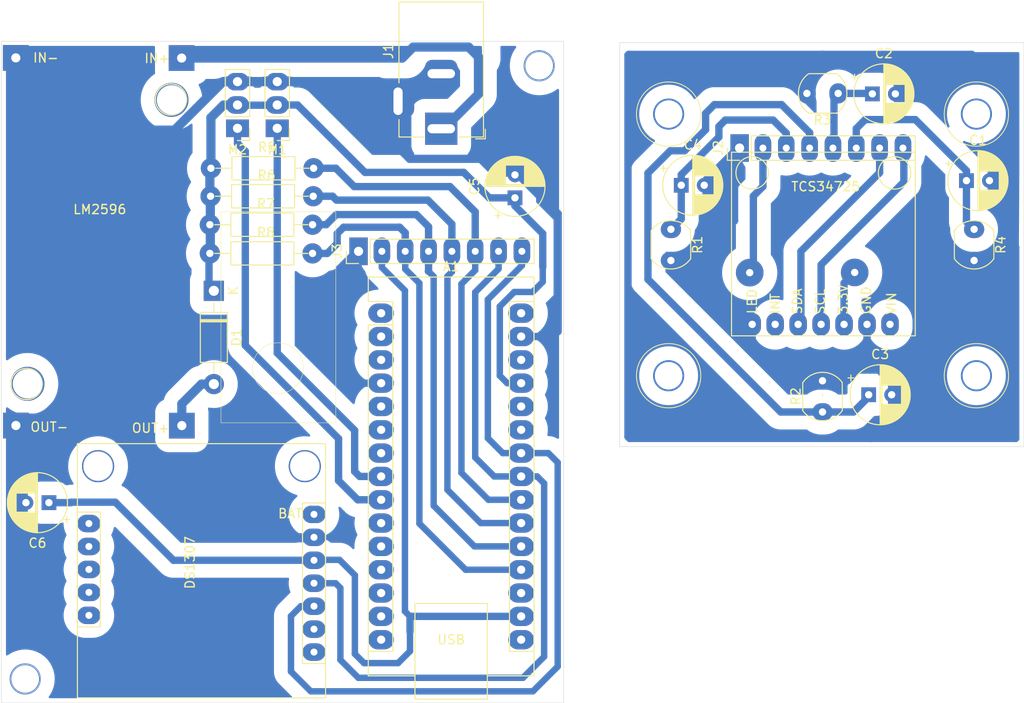
<source format=kicad_pcb>
(kicad_pcb (version 20240108) (generator "pcbnew") (generator_version "8.0")
  (layers (0 "F.Cu" signal) (31 "B.Cu" signal) (34 "B.Paste" user) (35 "F.Paste" user) (36 "B.SilkS" user "B.Silkscreen") (37 "F.SilkS" user "F.Silkscreen") (38 "B.Mask" user) (39 "F.Mask" user) (44 "Edge.Cuts" user))
  (net 0 "")
  (net 2 "/Placa_sensor/LDR2")
  (net 3 "/Placa_sensor/LDR3")
  (net 6 "/Placa_sensor/SDA")
  (net 7 "/Placa_sensor/LDR4")
  (net 9 "GND")
  (net 12 "+5V")
  (net 14 "/Placa_sensor/LDR1")
  (net 15 "/Placa_sensor/SCL")
  (net 23 "+3V3")
  (net 31 "Net-(A1-D6)")
  (net 33 "Net-(A1-D5)")
  (net 35 "Net-(D1-A)")
  (net 36 "VDD")
  (footprint "solar_tracker:BarrelJack_Horizontal" (layer "F.Cu") (at 77.375 46.15 -90)
    (property "Reference" "J1" (at -8.45 5.75 90) (layer "F.SilkS"))
    (property "Value" "Barrel_Jack_Switch")
    (pad "1" thru_hole rect (at 0 0 270) (size 3.5 3.5) (drill oval 1 3) (layers "*.Cu" "*.Mask") (net 36 "VDD"))
    (pad "2" thru_hole roundrect (at -6 0 270) (size 3 3.5) (drill oval 1 3) (layers "*.Cu" "*.Mask") (net 9 "GND"))
    (pad "3" thru_hole roundrect (at -3 4.7 270) (size 3.5 3.5) (drill oval 3 1) (layers "*.Cu" "*.Mask") (net 9 "GND"))
  )
  (footprint "solar_tracker:resistor_250mw_12mm" (layer "F.Cu") (at 58.109 53.5)
    (property "Reference" "R6" (at 0.254 -2.286 0) (layer "F.SilkS"))
    (property "Value" "R")
    (pad "1" thru_hole circle (at -5.842 0) (size 2.2 2.2) (drill 0.8) (layers "*.Cu" "*.Mask") (net 12 "+5V"))
    (pad "2" thru_hole circle (at 5.334 0) (size 2.2 2.2) (drill 0.8) (layers "*.Cu" "*.Mask") (net 3 "/Placa_sensor/LDR3"))
  )
  (footprint "solar_tracker:resistor_250mw_12mm" (layer "F.Cu") (at 58.15 50.45)
    (property "Reference" "R5" (at 0.254 -2.286 0) (layer "F.SilkS"))
    (property "Value" "R")
    (pad "1" thru_hole circle (at -5.842 0) (size 2.2 2.2) (drill 0.8) (layers "*.Cu" "*.Mask") (net 12 "+5V"))
    (pad "2" thru_hole circle (at 5.334 0) (size 2.2 2.2) (drill 0.8) (layers "*.Cu" "*.Mask") (net 7 "/Placa_sensor/LDR4"))
  )
  (footprint "solar_tracker:resistor_250mw_12mm" (layer "F.Cu") (at 58.034 59.725)
    (property "Reference" "R8" (at 0.254 -2.286 0) (layer "F.SilkS"))
    (property "Value" "R")
    (pad "1" thru_hole circle (at -5.842 0) (size 2.2 2.2) (drill 0.8) (layers "*.Cu" "*.Mask") (net 12 "+5V"))
    (pad "2" thru_hole circle (at 5.334 0) (size 2.2 2.2) (drill 0.8) (layers "*.Cu" "*.Mask") (net 14 "/Placa_sensor/LDR1"))
  )
  (footprint "solar_tracker:TSC34725_RGB_SENSOR" (layer "F.Cu") (at 108.97 68.705)
    (property "Reference" "TCS34725" (at 10.25 -16.25 0) (layer "F.SilkS"))
    (property "Value" "~")
    (fp_text user "VIN" (at 18 -2.25 90) (layer "F.SilkS") (effects (justify left bottom)))
    (fp_text user "SCL" (at 10.25 -2.25 90) (layer "F.SilkS") (effects (justify left bottom)))
    (fp_text user "INT" (at 4.75 -2.25 90) (layer "F.SilkS") (effects (justify left)))
    (fp_text user "GND" (at 15.25 -2.25 90) (layer "F.SilkS") (effects (justify left bottom)))
    (fp_text user "LED" (at 2.25 -3.75 90) (layer "F.SilkS"))
    (fp_text user "SDA" (at 7.75 -2.25 90) (layer "F.SilkS") (effects (justify left bottom)))
    (fp_text user "3.3V" (at 12.75 -2.25 90) (layer "F.SilkS") (effects (justify left bottom)))
    (pad "1" thru_hole oval (at 2.25 -1.25) (size 1.9 2.5) (drill 0.8) (layers "*.Cu" "*.Mask") (net 9 "GND"))
    (pad "2" thru_hole oval (at 4.75 -1.25) (size 1.9 2.5) (drill 0.8) (layers "*.Cu" "*.Mask"))
    (pad "3" thru_hole oval (at 7.25 -1.25) (size 1.9 2.5) (drill 0.8) (layers "*.Cu" "*.Mask") (net 6 "/Placa_sensor/SDA"))
    (pad "4" thru_hole oval (at 9.75 -1.25) (size 1.9 2.5) (drill 0.8) (layers "*.Cu" "*.Mask") (net 15 "/Placa_sensor/SCL"))
    (pad "5" thru_hole oval (at 12.25 -1.25) (size 1.9 2.5) (drill 0.8) (layers "*.Cu" "*.Mask") (net 23 "+3V3"))
    (pad "6" thru_hole oval (at 14.75 -1.25) (size 1.9 2.5) (drill 0.8) (layers "*.Cu" "*.Mask") (net 9 "GND"))
    (pad "7" thru_hole oval (at 17.25 -1.25) (size 1.9 2.5) (drill 0.8) (layers "*.Cu" "*.Mask"))
  )
  (footprint "solar_tracker:R_LDR_5.1x4.3mm_P3.4mm_Vertical" (layer "F.Cu") (at 120.575 42.3 180)
    (property "Reference" "R3" (at 1.7 -2.9 180) (layer "F.SilkS"))
    (property "Value" "LDR03")
    (pad "1" thru_hole oval (at 0 0 180) (size 1.9 2.2) (drill 0.8) (layers "*.Cu" "*.Mask") (net 3 "/Placa_sensor/LDR3"))
    (pad "2" thru_hole oval (at 3.4 0 180) (size 1.9 2.2) (drill 0.8) (layers "*.Cu" "*.Mask") (net 9 "GND"))
  )
  (footprint "solar_tracker:R_LDR_5.1x4.3mm_P3.4mm_Vertical" (layer "F.Cu") (at 118.875 77 90)
    (property "Reference" "R2" (at 1.7 -2.9 90) (layer "F.SilkS"))
    (property "Value" "LDR02")
    (pad "1" thru_hole oval (at 0 0 90) (size 1.9 2.2) (drill 0.8) (layers "*.Cu" "*.Mask") (net 2 "/Placa_sensor/LDR2"))
    (pad "2" thru_hole oval (at 3.4 0 90) (size 1.9 2.2) (drill 0.8) (layers "*.Cu" "*.Mask") (net 9 "GND"))
  )
  (footprint "solar_tracker:Arduino_Nano" (layer "F.Cu") (at 70.835 66.24)
    (property "Reference" "A1" (at 7.62 -5.08 0) (layer "F.SilkS"))
    (property "Value" "Arduino_Nano_v3.x")
    (fp_text user "USB" (at 7.62 35.56 0) (layer "F.SilkS"))
    (pad "1" thru_hole oval (at 0 0) (size 2.8 2.1) (drill 0.9) (layers "*.Cu" "*.Mask"))
    (pad "2" thru_hole oval (at 0 2.54) (size 2.8 2.1) (drill 0.9) (layers "*.Cu" "*.Mask"))
    (pad "3" thru_hole oval (at 0 5.08) (size 2.8 2.1) (drill 0.9) (layers "*.Cu" "*.Mask"))
    (pad "4" thru_hole oval (at 0 7.62) (size 2.8 2.1) (drill 0.9) (layers "*.Cu" "*.Mask") (net 9 "GND"))
    (pad "5" thru_hole oval (at 0 10.16) (size 2.8 2.1) (drill 0.9) (layers "*.Cu" "*.Mask"))
    (pad "6" thru_hole oval (at 0 12.7) (size 2.8 2.1) (drill 0.9) (layers "*.Cu" "*.Mask"))
    (pad "7" thru_hole oval (at 0 15.24) (size 2.8 2.1) (drill 0.9) (layers "*.Cu" "*.Mask"))
    (pad "8" thru_hole oval (at 0 17.78) (size 2.8 2.1) (drill 0.9) (layers "*.Cu" "*.Mask") (net 33 "Net-(A1-D5)"))
    (pad "9" thru_hole oval (at 0 20.32) (size 2.8 2.1) (drill 0.9) (layers "*.Cu" "*.Mask") (net 31 "Net-(A1-D6)"))
    (pad "10" thru_hole oval (at 0 22.86) (size 2.8 2.1) (drill 0.9) (layers "*.Cu" "*.Mask"))
    (pad "11" thru_hole oval (at 0 25.4) (size 2.8 2.1) (drill 0.9) (layers "*.Cu" "*.Mask"))
    (pad "12" thru_hole oval (at 0 27.94) (size 2.8 2.1) (drill 0.9) (layers "*.Cu" "*.Mask"))
    (pad "13" thru_hole oval (at 0 30.48) (size 2.8 2.1) (drill 0.9) (layers "*.Cu" "*.Mask"))
    (pad "14" thru_hole oval (at 0 33.02) (size 2.8 2.1) (drill 0.9) (layers "*.Cu" "*.Mask"))
    (pad "15" thru_hole oval (at 0 35.56) (size 2.8 2.1) (drill 0.9) (layers "*.Cu" "*.Mask"))
    (pad "16" thru_hole oval (at 15.24 35.56) (size 2.8 2.1) (drill 0.9) (layers "*.Cu" "*.Mask"))
    (pad "17" thru_hole oval (at 15.24 33.02) (size 2.8 2.1) (drill 0.9) (layers "*.Cu" "*.Mask") (net 23 "+3V3"))
    (pad "18" thru_hole oval (at 15.24 30.48) (size 2.8 2.1) (drill 0.9) (layers "*.Cu" "*.Mask"))
    (pad "19" thru_hole oval (at 15.24 27.94) (size 2.8 2.1) (drill 0.9) (layers "*.Cu" "*.Mask") (net 14 "/Placa_sensor/LDR1"))
    (pad "20" thru_hole oval (at 15.24 25.4) (size 2.8 2.1) (drill 0.9) (layers "*.Cu" "*.Mask") (net 2 "/Placa_sensor/LDR2"))
    (pad "21" thru_hole oval (at 15.24 22.86) (size 2.8 2.1) (drill 0.9) (layers "*.Cu" "*.Mask") (net 3 "/Placa_sensor/LDR3"))
    (pad "22" thru_hole oval (at 15.24 20.32) (size 2.8 2.1) (drill 0.9) (layers "*.Cu" "*.Mask") (net 7 "/Placa_sensor/LDR4"))
    (pad "23" thru_hole oval (at 15.24 17.78) (size 2.8 2.1) (drill 0.9) (layers "*.Cu" "*.Mask") (net 6 "/Placa_sensor/SDA"))
    (pad "24" thru_hole oval (at 15.24 15.24) (size 2.8 2.1) (drill 0.9) (layers "*.Cu" "*.Mask") (net 15 "/Placa_sensor/SCL"))
    (pad "25" thru_hole oval (at 15.24 12.7) (size 2.8 2.1) (drill 0.9) (layers "*.Cu" "*.Mask"))
    (pad "26" thru_hole oval (at 15.24 10.16) (size 2.8 2.1) (drill 0.9) (layers "*.Cu" "*.Mask"))
    (pad "27" thru_hole oval (at 15.24 7.62) (size 2.8 2.1) (drill 0.9) (layers "*.Cu" "*.Mask") (net 12 "+5V"))
    (pad "28" thru_hole oval (at 15.24 5.08) (size 2.8 2.1) (drill 0.9) (layers "*.Cu" "*.Mask"))
    (pad "29" thru_hole oval (at 15.24 2.54) (size 2.8 2.1) (drill 0.9) (layers "*.Cu" "*.Mask") (net 9 "GND"))
    (pad "30" thru_hole oval (at 15.24 0) (size 2.8 2.1) (drill 0.9) (layers "*.Cu" "*.Mask"))
  )
  (footprint "solar_tracker:resistor_250mw_12mm" (layer "F.Cu") (at 58.034 56.6)
    (property "Reference" "R7" (at 0.254 -2.286 0) (layer "F.SilkS"))
    (property "Value" "R")
    (pad "1" thru_hole circle (at -5.842 0) (size 2.2 2.2) (drill 0.8) (layers "*.Cu" "*.Mask") (net 12 "+5V"))
    (pad "2" thru_hole circle (at 5.334 0) (size 2.2 2.2) (drill 0.8) (layers "*.Cu" "*.Mask") (net 2 "/Placa_sensor/LDR2"))
  )
  (footprint "solar_tracker:PinHeader_1x03_P2.54mm_Vertical" (layer "F.Cu") (at 55.2 46.1 180)
    (property "Reference" "M2" (at 0 -2.33 180) (layer "F.SilkS"))
    (property "Value" "Motor_Servo")
    (pad "1" thru_hole rect (at 0 0 180) (size 2.5 1.9) (drill 1) (layers "*.Cu" "*.Mask") (net 31 "Net-(A1-D6)"))
    (pad "2" thru_hole oval (at 0 2.54 180) (size 2.5 1.9) (drill 1) (layers "*.Cu" "*.Mask") (net 12 "+5V"))
    (pad "3" thru_hole oval (at 0 5.08 180) (size 2.5 1.9) (drill 1) (layers "*.Cu" "*.Mask") (net 9 "GND"))
  )
  (footprint "Diode_THT:D_DO-41_SOD81_P10.16mm_Horizontal" (layer "F.Cu") (at 52.625 63.8 -90)
    (property "Reference" "D1" (at 5.08 -2.47 90) (layer "F.SilkS"))
    (property "Value" "1N4007")
    (fp_text user "K" (at 0 -2.1 90) (layer "F.SilkS"))
    (pad "1" thru_hole rect (at 0 0 270) (size 2.2 2.2) (drill 1.1) (layers "*.Cu" "*.Mask") (net 12 "+5V"))
    (pad "2" thru_hole oval (at 10.16 0 270) (size 2.2 2.2) (drill 1.1) (layers "*.Cu" "*.Mask") (net 35 "Net-(D1-A)"))
  )
  (footprint "solar_tracker:PinHeader_1x03_P2.54mm_Vertical" (layer "F.Cu") (at 59.525 46.1 180)
    (property "Reference" "M1" (at 0 -2.33 180) (layer "F.SilkS"))
    (property "Value" "Motor_Servo")
    (pad "1" thru_hole rect (at 0 0 180) (size 2.5 1.9) (drill 1) (layers "*.Cu" "*.Mask") (net 33 "Net-(A1-D5)"))
    (pad "2" thru_hole oval (at 0 2.54 180) (size 2.5 1.9) (drill 1) (layers "*.Cu" "*.Mask") (net 12 "+5V"))
    (pad "3" thru_hole oval (at 0 5.08 180) (size 2.5 1.9) (drill 1) (layers "*.Cu" "*.Mask") (net 9 "GND"))
  )
  (footprint "Capacitor_THT:CP_Radial_D6.3mm_P2.50mm" (layer "F.Cu") (at 124.3 42.35)
    (property "Reference" "C2" (at 1.25 -4.4 0) (layer "F.SilkS"))
    (property "Value" "1uf")
    (pad "1" thru_hole rect (at 0 0) (size 1.6 1.6) (drill 0.8) (layers "*.Cu" "*.Mask") (net 3 "/Placa_sensor/LDR3"))
    (pad "2" thru_hole circle (at 2.5 0) (size 1.6 1.6) (drill 0.8) (layers "*.Cu" "*.Mask") (net 9 "GND"))
  )
  (footprint "arduino_modulos:DS1307_RTC_MODULE" (layer "F.Cu") (at 37.775 108.15)
    (property "Reference" "DS1307" (at 12.25 -14.75 90) (layer "F.SilkS"))
    (property "Value" "~")
    (fp_text user "BAT" (at 21.75 -19.5 0) (layer "F.SilkS") (effects (justify left bottom)))
    (pad "" thru_hole circle (at 2.25 -25.25) (size 3.5 3.5) (drill 3.2) (layers "*.Cu" "*.Mask"))
    (pad "" thru_hole circle (at 24.75 -25.25) (size 3.5 3.5) (drill 3.2) (layers "*.Cu" "*.Mask"))
    (pad "1" thru_hole oval (at 25.75 -20) (size 2.5 1.9) (drill 0.762) (layers "*.Cu" "*.Mask"))
    (pad "2" thru_hole oval (at 25.75 -17.5) (size 2.5 1.9) (drill 0.762) (layers "*.Cu" "*.Mask") (net 9 "GND"))
    (pad "3" thru_hole oval (at 25.75 -15) (size 2.5 1.9) (drill 0.762) (layers "*.Cu" "*.Mask") (net 23 "+3V3"))
    (pad "4" thru_hole oval (at 25.75 -12.5) (size 2.5 1.9) (drill 0.762) (layers "*.Cu" "*.Mask") (net 6 "/Placa_sensor/SDA"))
    (pad "5" thru_hole oval (at 25.75 -10) (size 2.5 1.9) (drill 0.762) (layers "*.Cu" "*.Mask") (net 15 "/Placa_sensor/SCL"))
    (pad "6" thru_hole oval (at 25.75 -7.5) (size 2.5 1.9) (drill 0.762) (layers "*.Cu" "*.Mask"))
    (pad "7" thru_hole oval (at 25.75 -5) (size 2.5 1.9) (drill 0.762) (layers "*.Cu" "*.Mask"))
    (pad "8" thru_hole oval (at 1.25 -19) (size 2.5 1.9) (drill 0.762) (layers "*.Cu" "*.Mask"))
    (pad "9" thru_hole oval (at 1.25 -16.5) (size 2.5 1.9) (drill 0.762) (layers "*.Cu" "*.Mask"))
    (pad "10" thru_hole oval (at 1.25 -14) (size 2.5 1.9) (drill 0.762) (layers "*.Cu" "*.Mask"))
    (pad "11" thru_hole oval (at 1.25 -11.5) (size 2.5 1.9) (drill 0.762) (layers "*.Cu" "*.Mask"))
    (pad "12" thru_hole oval (at 1.25 -9) (size 2.5 1.9) (drill 0.762) (layers "*.Cu" "*.Mask"))
  )
  (footprint "solar_tracker:PinHeader_1x08_P2.54mm_Vertical_large_pad" (layer "F.Cu") (at 68.375 59.5 90)
    (property "Reference" "J3" (at 0 -2.33 90) (layer "F.SilkS"))
    (property "Value" "Conn_01x08_Pin")
    (pad "1" thru_hole rect (at 0 0 90) (size 3 2) (drill 1) (layers "*.Cu" "*.Mask") (net 9 "GND"))
    (pad "2" thru_hole oval (at 0 2.54 90) (size 3 1.8) (drill 0.762) (layers "*.Cu" "*.Mask") (net 23 "+3V3"))
    (pad "3" thru_hole oval (at 0 5.08 90) (size 3 1.8) (drill 0.762) (layers "*.Cu" "*.Mask") (net 14 "/Placa_sensor/LDR1"))
    (pad "4" thru_hole oval (at 0 7.62 90) (size 3 1.8) (drill 0.762) (layers "*.Cu" "*.Mask") (net 2 "/Placa_sensor/LDR2"))
    (pad "5" thru_hole oval (at 0 10.16 90) (size 3 1.8) (drill 0.762) (layers "*.Cu" "*.Mask") (net 3 "/Placa_sensor/LDR3"))
    (pad "6" thru_hole oval (at 0 12.7 90) (size 3 1.8) (drill 0.762) (layers "*.Cu" "*.Mask") (net 7 "/Placa_sensor/LDR4"))
    (pad "7" thru_hole oval (at 0 15.24 90) (size 3 1.8) (drill 0.762) (layers "*.Cu" "*.Mask") (net 6 "/Placa_sensor/SDA"))
    (pad "8" thru_hole oval (at 0 17.78 90) (size 3 1.8) (drill 0.762) (layers "*.Cu" "*.Mask") (net 15 "/Placa_sensor/SCL"))
  )
  (footprint "Capacitor_THT:CP_Radial_D6.3mm_P2.50mm" (layer "F.Cu") (at 34.675 86.875 180)
    (property "Reference" "C6" (at 1.25 -4.4 360) (layer "F.SilkS"))
    (property "Value" "100UF")
    (pad "1" thru_hole rect (at 0 0 180) (size 1.6 1.6) (drill 0.8) (layers "*.Cu" "*.Mask") (net 23 "+3V3"))
    (pad "2" thru_hole circle (at 2.5 0 180) (size 1.6 1.6) (drill 0.8) (layers "*.Cu" "*.Mask") (net 9 "GND"))
  )
  (footprint "Capacitor_THT:CP_Radial_D6.3mm_P2.50mm" (layer "F.Cu") (at 103.5 52.3)
    (property "Reference" "C4" (at 1.25 -4.4 0) (layer "F.SilkS"))
    (property "Value" "1uf")
    (pad "1" thru_hole rect (at 0 0) (size 1.6 1.6) (drill 0.8) (layers "*.Cu" "*.Mask") (net 14 "/Placa_sensor/LDR1"))
    (pad "2" thru_hole circle (at 2.5 0) (size 1.6 1.6) (drill 0.8) (layers "*.Cu" "*.Mask") (net 9 "GND"))
  )
  (footprint "solar_tracker:PinHeader_1x08_P2.54mm_Vertical_large_pad" (layer "F.Cu") (at 109.85 48.25 90)
    (property "Reference" "J2" (at 0 -2.33 90) (layer "F.SilkS"))
    (property "Value" "Conn_01x08_Pin")
    (pad "1" thru_hole rect (at 0 0 90) (size 3 2) (drill 1) (layers "*.Cu" "*.Mask") (net 9 "GND"))
    (pad "2" thru_hole oval (at 0 2.54 90) (size 3 1.8) (drill 0.762) (layers "*.Cu" "*.Mask") (net 23 "+3V3"))
    (pad "3" thru_hole oval (at 0 5.08 90) (size 3 1.8) (drill 0.762) (layers "*.Cu" "*.Mask") (net 14 "/Placa_sensor/LDR1"))
    (pad "4" thru_hole oval (at 0 7.62 90) (size 3 1.8) (drill 0.762) (layers "*.Cu" "*.Mask") (net 2 "/Placa_sensor/LDR2"))
    (pad "5" thru_hole oval (at 0 10.16 90) (size 3 1.8) (drill 0.762) (layers "*.Cu" "*.Mask") (net 3 "/Placa_sensor/LDR3"))
    (pad "6" thru_hole oval (at 0 12.7 90) (size 3 1.8) (drill 0.762) (layers "*.Cu" "*.Mask") (net 7 "/Placa_sensor/LDR4"))
    (pad "7" thru_hole oval (at 0 15.24 90) (size 3 1.8) (drill 0.762) (layers "*.Cu" "*.Mask") (net 6 "/Placa_sensor/SDA"))
    (pad "8" thru_hole oval (at 0 17.78 90) (size 3 1.8) (drill 0.762) (layers "*.Cu" "*.Mask") (net 15 "/Placa_sensor/SCL"))
  )
  (footprint "Capacitor_THT:CP_Radial_D6.3mm_P2.50mm" (layer "F.Cu") (at 85.4 53.675 90)
    (property "Reference" "C5" (at 1.25 -4.4 90) (layer "F.SilkS"))
    (property "Value" "100UF")
    (pad "1" thru_hole rect (at 0 0 90) (size 1.6 1.6) (drill 0.8) (layers "*.Cu" "*.Mask") (net 12 "+5V"))
    (pad "2" thru_hole circle (at 2.5 0 90) (size 1.6 1.6) (drill 0.8) (layers "*.Cu" "*.Mask") (net 9 "GND"))
  )
  (footprint "arduino_modulos:LM2596_Step_Down_module" (layer "F.Cu") (at 29.6 79.95)
    (property "Reference" "LM2596" (at 10.61 -25.01 0) (layer "F.SilkS"))
    (property "Value" "~")
    (fp_text user "IN-" (at 3.26 -40.94 0) (layer "F.SilkS") (effects (justify left bottom)))
    (fp_text user "OUT-" (at 2.97 -0.73 0) (layer "F.SilkS") (effects (justify left bottom)))
    (fp_text user "OUT+" (at 14.01 -0.61 0) (layer "F.SilkS") (effects (justify left bottom)))
    (fp_text user "IN+" (at 15.38 -40.88 0) (layer "F.SilkS") (effects (justify left bottom)))
    (pad "" thru_hole circle (at 2.74 -6.02) (size 3.7 3.7) (drill 3.2) (layers "*.Cu" "*.Mask"))
    (pad "" thru_hole circle (at 18.42 -36.95) (size 3.7 3.7) (drill 3.2) (layers "*.Cu" "*.Mask"))
    (pad "1" thru_hole rect (at 19.52 -41.5) (size 2.8 2.8) (drill 1) (layers "*.Cu" "*.Mask") (net 36 "VDD"))
    (pad "2" thru_hole rect (at 1.47 -41.52) (size 2.8 2.8) (drill 1) (layers "*.Cu" "*.Mask") (net 9 "GND"))
    (pad "3" thru_hole rect (at 19.54 -1.47) (size 2.8 2.8) (drill 1) (layers "*.Cu" "*.Mask") (net 35 "Net-(D1-A)"))
    (pad "4" thru_hole rect (at 1.48 -1.48) (size 2.8 2.8) (drill 1) (layers "*.Cu" "*.Mask") (net 9 "GND"))
  )
  (footprint "solar_tracker:R_LDR_5.1x4.3mm_P3.4mm_Vertical" (layer "F.Cu") (at 135.375 57.1 -90)
    (property "Reference" "R4" (at 1.7 -2.9 90) (layer "F.SilkS"))
    (property "Value" "LDR04")
    (pad "1" thru_hole oval (at 0 0 270) (size 1.9 2.2) (drill 0.8) (layers "*.Cu" "*.Mask") (net 7 "/Placa_sensor/LDR4"))
    (pad "2" thru_hole oval (at 3.4 0 270) (size 1.9 2.2) (drill 0.8) (layers "*.Cu" "*.Mask") (net 9 "GND"))
  )
  (footprint "Capacitor_THT:CP_Radial_D6.3mm_P2.50mm" (layer "F.Cu") (at 134.542621 51.8)
    (property "Reference" "C1" (at 1.25 -4.4 360) (layer "F.SilkS"))
    (property "Value" "1uf")
    (pad "1" thru_hole rect (at 0 0) (size 1.6 1.6) (drill 0.8) (layers "*.Cu" "*.Mask") (net 7 "/Placa_sensor/LDR4"))
    (pad "2" thru_hole circle (at 2.5 0) (size 1.6 1.6) (drill 0.8) (layers "*.Cu" "*.Mask") (net 9 "GND"))
  )
  (footprint "Capacitor_THT:CP_Radial_D6.3mm_P2.50mm" (layer "F.Cu") (at 123.9 75.125)
    (property "Reference" "C3" (at 1.25 -4.4 0) (layer "F.SilkS"))
    (property "Value" "1uf")
    (pad "1" thru_hole rect (at 0 0) (size 1.6 1.6) (drill 0.8) (layers "*.Cu" "*.Mask") (net 2 "/Placa_sensor/LDR2"))
    (pad "2" thru_hole circle (at 2.5 0) (size 1.6 1.6) (drill 0.8) (layers "*.Cu" "*.Mask") (net 9 "GND"))
  )
  (footprint "solar_tracker:R_LDR_5.1x4.3mm_P3.4mm_Vertical" (layer "F.Cu") (at 102.375 57.1 -90)
    (property "Reference" "R1" (at 1.7 -2.9 90) (layer "F.SilkS"))
    (property "Value" "LDR01")
    (pad "1" thru_hole oval (at 0 0 270) (size 1.9 2.2) (drill 0.8) (layers "*.Cu" "*.Mask") (net 14 "/Placa_sensor/LDR1"))
    (pad "2" thru_hole oval (at 3.4 0 270) (size 1.9 2.2) (drill 0.8) (layers "*.Cu" "*.Mask") (net 9 "GND"))
  )
  (gr_circle (center 102.125 73.05) (end 102.125 71.45) (stroke (width 0.2)) (fill none) (layer "B.Cu"))
  (gr_circle (center 135.625 73.05) (end 135.625 71.45) (stroke (width 0.2)) (fill none) (layer "B.Cu"))
  (gr_circle (center 102.125 44.55) (end 102.125 42.95) (stroke (width 0.2)) (fill none) (layer "B.Cu"))
  (gr_circle (center 32.1 106.075) (end 33.7 106.075) (stroke (width 0.2)) (fill none) (layer "B.Cu"))
  (gr_circle (center 135.625 44.55) (end 135.625 42.95) (stroke (width 0.2)) (fill none) (layer "B.Cu"))
  (gr_circle (center 88.042845 39.292845) (end 89.642845 39.292845) (stroke (width 0.2)) (fill none) (layer "B.Cu"))
  (gr_circle (center 59.6 72.225) (end 62.365976 72.225) (stroke (width 0.05)) (fill none) (layer "F.SilkS"))
  (gr_circle (center 135.625 44.55) (end 135.625 41.05) (stroke (width 0.1)) (fill none) (layer "F.SilkS"))
  (gr_circle (center 135.625 73.05) (end 135.625 69.55) (stroke (width 0.1)) (fill none) (layer "F.SilkS"))
  (gr_circle (center 102.125 44.55) (end 102.125 41.05) (stroke (width 0.1)) (fill none) (layer "F.SilkS"))
  (gr_rect (start 53.4 55.175) (end 65.9 78.175) (stroke (width 0.05)) (fill none) (layer "F.SilkS"))
  (gr_circle (center 102.125 73.05) (end 102.125 69.55) (stroke (width 0.1)) (fill none) (layer "F.SilkS"))
  (gr_line (start 118.886632 75.100438) (end 118.875 75.3) (stroke (width 0.1)) (layer "F.SilkS"))
  (gr_rect (start 96.8 36.775) (end 140.8 80.775) (stroke (width 0.05)) (fill none) (layer "Edge.Cuts"))
  (gr_circle (center 32.125 106.075) (end 33.725 106.075) (stroke (width 0.05)) (fill none) (layer "Edge.Cuts"))
  (gr_circle (center 88.061196 39.311196) (end 89.661196 39.311196) (stroke (width 0.05)) (fill none) (layer "Edge.Cuts"))
  (gr_rect (start 29.5 36.625) (end 90.7 108.675) (stroke (width 0.05)) (fill none) (layer "Edge.Cuts"))
  (segment (start 99.875 50.975) (end 102.3 48.55) (width 0.8) (layer "B.Cu") (net 2))
  (segment (start 75.975 61.675) (end 76.55 62.25) (width 0.7) (layer "B.Cu") (net 2))
  (segment (start 106.15 46.25) (end 106.15 44.475) (width 0.8) (layer "B.Cu") (net 2))
  (segment (start 75.995 61.655) (end 75.975 61.675) (width 0.8) (layer "B.Cu") (net 2))
  (segment (start 123.9 75.35) (end 122.25 77) (width 0.8) (layer "B.Cu") (net 2))
  (segment (start 65.95 55.5) (end 74.675 55.5) (width 0.8) (layer "B.Cu") (net 2))
  (segment (start 107.1 43.525) (end 114.425 43.525) (width 0.8) (layer "B.Cu") (net 2))
  (segment (start 114.325 77) (end 99.875 62.55) (width 0.8) (layer "B.Cu") (net 2))
  (segment (start 75.995 59.5) (end 75.995 61.655) (width 0.8) (layer "B.Cu") (net 2))
  (segment (start 76.55 87.2) (end 80.99 91.64) (width 0.7) (layer "B.Cu") (net 2))
  (segment (start 76.55 62.25) (end 76.55 87.2) (width 0.7) (layer "B.Cu") (net 2))
  (segment (start 118.875 77) (end 114.325 77) (width 0.8) (layer "B.Cu") (net 2))
  (segment (start 80.99 91.64) (end 86.075 91.64) (width 0.7) (layer "B.Cu") (net 2))
  (segment (start 99.875 62.55) (end 99.875 50.975) (width 0.8) (layer "B.Cu") (net 2))
  (segment (start 64.85 56.6) (end 65.95 55.5) (width 0.8) (layer "B.Cu") (net 2))
  (segment (start 117.47 46.57) (end 117.47 48.25) (width 0.8) (layer "B.Cu") (net 2))
  (segment (start 75.995 56.82) (end 75.995 59.5) (width 0.8) (layer "B.Cu") (net 2))
  (segment (start 74.675 55.5) (end 75.995 56.82) (width 0.8) (layer "B.Cu") (net 2))
  (segment (start 102.3 48.55) (end 103.85 48.55) (width 0.8) (layer "B.Cu") (net 2))
  (segment (start 123.9 75.125) (end 123.9 75.35) (width 0.8) (layer "B.Cu") (net 2))
  (segment (start 122.25 77) (end 118.875 77) (width 0.8) (layer "B.Cu") (net 2))
  (segment (start 114.425 43.525) (end 117.47 46.57) (width 0.8) (layer "B.Cu") (net 2))
  (segment (start 106.15 44.475) (end 107.1 43.525) (width 0.8) (layer "B.Cu") (net 2))
  (segment (start 103.85 48.55) (end 106.15 46.25) (width 0.8) (layer "B.Cu") (net 2))
  (segment (start 63.368 56.6) (end 64.85 56.6) (width 0.8) (layer "B.Cu") (net 2))
  (segment (start 81.675 89.1) (end 78.05 85.475) (width 0.7) (layer "B.Cu") (net 3))
  (segment (start 65.55 53.5) (end 65.975 53.925) (width 0.8) (layer "B.Cu") (net 3))
  (segment (start 78.05 85.475) (end 78.05 62.225) (width 0.7) (layer "B.Cu") (net 3))
  (segment (start 78.535 61.74) (end 78.535 59.5) (width 0.7) (layer "B.Cu") (net 3))
  (segment (start 75.925 53.925) (end 78.535 56.535) (width 0.8) (layer "B.Cu") (net 3))
  (segment (start 86.075 89.1) (end 81.675 89.1) (width 0.7) (layer "B.Cu") (net 3))
  (segment (start 65.975 53.925) (end 75.925 53.925) (width 0.8) (layer "B.Cu") (net 3))
  (segment (start 120.575 42.3) (end 120.125 42.75) (width 0.8) (layer "B.Cu") (net 3))
  (segment (start 78.05 62.225) (end 78.535 61.74) (width 0.7) (layer "B.Cu") (net 3))
  (segment (start 120.125 48.135) (end 120.01 48.25) (width 0.8) (layer "B.Cu") (net 3))
  (segment (start 120.575 42.3) (end 124.25 42.3) (width 0.8) (layer "B.Cu") (net 3))
  (segment (start 63.443 53.5) (end 65.55 53.5) (width 0.8) (layer "B.Cu") (net 3))
  (segment (start 124.25 42.3) (end 124.3 42.35) (width 0.8) (layer "B.Cu") (net 3))
  (segment (start 120.125 42.75) (end 120.125 48.135) (width 0.8) (layer "B.Cu") (net 3))
  (segment (start 78.535 56.535) (end 78.535 59.5) (width 0.8) (layer "B.Cu") (net 3))
  (segment (start 125.09 50.935) (end 125.09 48.25) (width 0.8) (layer "B.Cu") (net 6))
  (segment (start 81.075 63.95) (end 81.075 81.95) (width 0.7) (layer "B.Cu") (net 6))
  (segment (start 66.4 104) (end 68.35 105.95) (width 0.7) (layer "B.Cu") (net 6))
  (segment (start 68.35 105.95) (end 86.275 105.95) (width 0.7) (layer "B.Cu") (net 6))
  (segment (start 66.4 96.175) (end 66.4 104) (width 0.7) (layer "B.Cu") (net 6))
  (segment (start 116.525 59.5) (end 125.09 50.935) (width 0.8) (layer "B.Cu") (net 6))
  (segment (start 65.875 95.65) (end 66.4 96.175) (width 0.7) (layer "B.Cu") (net 6))
  (segment (start 116.22 67.455) (end 116.525 67.15) (width 0.8) (layer "B.Cu") (net 6))
  (segment (start 83.615 61.41) (end 81.075 63.95) (width 0.7) (layer "B.Cu") (net 6))
  (segment (start 116.525 67.15) (end 116.525 59.5) (width 0.8) (layer "B.Cu") (net 6))
  (segment (start 81.075 81.95) (end 83.145 84.02) (width 0.7) (layer "B.Cu") (net 6))
  (segment (start 63.525 95.65) (end 65.875 95.65) (width 0.7) (layer "B.Cu") (net 6))
  (segment (start 88.575 103.65) (end 88.575 84.775) (width 0.7) (layer "B.Cu") (net 6))
  (segment (start 83.145 84.02) (end 86.075 84.02) (width 0.7) (layer "B.Cu") (net 6))
  (segment (start 83.615 59.5) (end 83.615 61.41) (width 0.7) (layer "B.Cu") (net 6))
  (segment (start 86.075 84.02) (end 86.075 84.205) (width 0.7) (layer "B.Cu") (net 6))
  (segment (start 86.275 105.95) (end 88.575 103.65) (width 0.7) (layer "B.Cu") (net 6))
  (segment (start 87.82 84.02) (end 86.075 84.02) (width 0.7) (layer "B.Cu") (net 6))
  (segment (start 88.575 84.775) (end 87.82 84.02) (width 0.7) (layer "B.Cu") (net 6))
  (segment (start 135.375 57.1) (end 134.542621 56.267621) (width 0.8) (layer "B.Cu") (net 7))
  (segment (start 134.542621 50.717621) (end 128.975 45.15) (width 0.8) (layer "B.Cu") (net 7))
  (segment (start 81.075 59.5) (end 81.075 61.55) (width 0.7) (layer "B.Cu") (net 7))
  (segment (start 63.484 50.45) (end 65.9 50.45) (width 0.8) (layer "B.Cu") (net 7))
  (segment (start 65.9 50.45) (end 67.9 52.45) (width 0.8) (layer "B.Cu") (net 7))
  (segment (start 123.525 45.15) (end 122.55 46.125) (width 0.8) (layer "B.Cu") (net 7))
  (segment (start 78.325 52.45) (end 81.075 55.2) (width 0.8) (layer "B.Cu") (net 7))
  (segment (start 81.075 61.55) (end 79.575 63.05) (width 0.7) (layer "B.Cu") (net 7))
  (segment (start 79.575 63.05) (end 79.575 83.625) (width 0.7) (layer "B.Cu") (net 7))
  (segment (start 82.51 86.56) (end 86.075 86.56) (width 0.7) (layer "B.Cu") (net 7))
  (segment (start 122.55 46.125) (end 122.55 48.25) (width 0.8) (layer "B.Cu") (net 7))
  (segment (start 63.484 50.45) (end 63.484 50.716) (width 0.8) (layer "B.Cu") (net 7))
  (segment (start 128.975 45.15) (end 123.525 45.15) (width 0.8) (layer "B.Cu") (net 7))
  (segment (start 134.542621 56.267621) (end 134.542621 50.717621) (width 0.8) (layer "B.Cu") (net 7))
  (segment (start 67.9 52.45) (end 78.325 52.45) (width 0.8) (layer "B.Cu") (net 7))
  (segment (start 81.075 55.2) (end 81.075 59.5) (width 0.8) (layer "B.Cu") (net 7))
  (segment (start 79.575 83.625) (end 82.51 86.56) (width 0.7) (layer "B.Cu") (net 7))
  (segment (start 97.875 79.875) (end 97.7 79.7) (width 0.8) (layer "B.Cu") (net 9))
  (segment (start 118.875 73.6) (end 121.575 73.6) (width 0.8) (layer "B.Cu") (net 9))
  (segment (start 102.375 60.5) (end 106.825 60.5) (width 0.8) (layer "B.Cu") (net 9))
  (segment (start 70.545 41.02) (end 72.675 43.15) (width 1) (layer "B.Cu") (net 9))
  (segment (start 66.25 61.425) (end 68.175 59.5) (width 0.8) (layer "B.Cu") (net 9))
  (segment (start 111.22 70.205) (end 111.22 67.455) (width 0.8) (layer "B.Cu") (net 9))
  (segment (start 124.125 79.875) (end 139.9 79.875) (width 0.8) (layer "B.Cu") (net 9))
  (segment (start 106.925 63.16) (end 111.22 67.455) (width 0.8) (layer "B.Cu") (net 9))
  (segment (start 139.9 79.875) (end 139.9 59.075) (width 0.8) (layer "B.Cu") (net 9))
  (segment (start 97.775 38.05) (end 118.875 38.05) (width 0.8) (layer "B.Cu") (net 9))
  (segment (start 106.825 60.5) (end 106.925 60.6) (width 0.8) (layer "B.Cu") (net 9))
  (segment (start 72.75 48.225) (end 72.75 43.225) (width 0.9) (layer "B.Cu") (net 9))
  (segment (start 139.125 58.8) (end 139.125 58.3) (width 0.8) (layer "B.Cu") (net 9))
  (segment (start 126.4 77.6) (end 124.125 79.875) (width 0.8) (layer "B.Cu") (net 9))
  (segment (start 72.75 43.225) (end 72.675 43.15) (width 0.7) (layer "B.Cu") (net 9))
  (segment (start 123.72 71.145) (end 123.72 67.455) (width 0.8) (layer "B.Cu") (net 9))
  (segment (start 53.63 41.02) (end 48.35 46.3) (width 1) (layer "B.Cu") (net 9))
  (segment (start 31.07 38.615) (end 31.07 38.43) (width 1) (layer "B.Cu") (net 9))
  (segment (start 90.05 55.415076) (end 85.429962 50.795038) (width 0.9) (layer "B.Cu") (net 9))
  (segment (start 126.4 73.825) (end 126.4 77.6) (width 0.8) (layer "B.Cu") (net 9))
  (segment (start 109.3 56.175) (end 106.925 58.55) (width 0.8) (layer "B.Cu") (net 9))
  (segment (start 48.35 46.3) (end 38.755 46.3) (width 1) (layer "B.Cu") (net 9))
  (segment (start 38.755 46.3) (end 31.07 38.615) (width 1) (layer "B.Cu") (net 9))
  (segment (start 68.46 73.86) (end 66.25 71.65) (width 0.8) (layer "B.Cu") (net 9))
  (segment (start 135.125 38.05) (end 118.875 38.05) (width 0.8) (layer "B.Cu") (net 9))
  (segment (start 123.72 71.145) (end 126.4 73.825) (width 0.8) (layer "B.Cu") (net 9))
  (segment (start 137.425 60.5) (end 139.125 58.8) (width 0.8) (layer "B.Cu") (net 9))
  (segment (start 118.875 38.05) (end 117.175 39.75) (width 0.8) (layer "B.Cu") (net 9))
  (segment (start 135.375 64.55) (end 135.375 60.5) (width 0.8) (layer "B.Cu") (net 9))
  (segment (start 70.835 73.86) (end 68.46 73.86) (width 0.8) (layer "B.Cu") (net 9))
  (segment (start 139.125 58.3) (end 139.725 57.7) (width 0.8) (layer "B.Cu") (net 9))
  (segment (start 106.925 60.6) (end 106.925 63.16) (width 0.8) (layer "B.Cu") (net 9))
  (segment (start 90.05 68.225) (end 90.05 55.415076) (width 0.9) (layer "B.Cu") (net 9))
  (segment (start 139.725 42.65) (end 135.125 38.05) (width 0.8) (layer "B.Cu") (net 9))
  (segment (start 38.755 72.92) (end 38.755 46.3) (width 1) (layer "B.Cu") (net 9))
  (segment (start 123.875 71.3) (end 124.375 70.8) (width 0.8) (layer "B.Cu") (net 9))
  (segment (start 139.725 57.7) (end 139.725 42.65) (width 0.8) (layer "B.Cu") (net 9))
  (segment (start 56.425 82.025) (end 56.425 87.625) (width 1) (layer "B.Cu") (net 9))
  (segment (start 118.875 73.6) (end 114.425 73.6) (width 0.8) (layer "B.Cu") (net 9))
  (segment (start 97.7 79.7) (end 97.7 38.125) (width 0.8) (layer "B.Cu") (net 9))
  (segment (start 124.375 70.8) (end 129.125 70.8) (width 0.8) (layer "B.Cu") (net 9))
  (segment (start 84.059924 49.425) (end 73.95 49.425) (width 0.9) (layer "B.Cu") (net 9))
  (segment (start 66.25 71.65) (end 66.25 61.425) (width 0.8) (layer "B.Cu") (net 9))
  (segment (start 75.675 40.15) (end 72.675 43.15) (width 1) (layer "B.Cu") (net 9))
  (segment (start 56.425 87.625) (end 59.5 90.7) (width 1) (layer "B.Cu") (net 9))
  (segment (start 31.08 78.47) (end 31.885 77.665) (width 1) (layer "B.Cu") (net 9))
  (segment (start 37 74.675) (end 38.755 72.92) (width 1) (layer "B.Cu") (net 9))
  (segment (start 86.075 68.78) (end 89.445 68.78) (width 0.8) (layer "B.Cu") (net 9))
  (segment (start 135.375 60.5) (end 137.425 60.5) (width 0.8) (layer "B.Cu") (net 9))
  (segment (start 63.475 90.7) (end 63.525 90.65) (width 1) (layer "B.Cu") (net 9))
  (segment (start 109.3 48.85) (end 109.3 56.175) (width 0.8) (layer "B.Cu") (net 9))
  (segment (start 129.125 70.8) (end 135.375 64.55) (width 0.8) (layer "B.Cu") (net 9))
  (segment (start 30.085 77.76) (end 30.095 77.77) (width 0.8) (layer "B.Cu") (net 9))
  (segment (start 106.925 60.4) (end 106.825 60.5) (width 0.8) (layer "B.Cu") (net 9))
  (segment (start 73.95 49.425) (end 72.75 48.225) (width 0.9) (layer "B.Cu") (net 9))
  (segment (start 55.2 41.02) (end 70.545 41.02) (width 1) (layer "B.Cu") (net 9))
  (segment (start 109.85 48.3) (end 109.3 48.85) (width 0.8) (layer "B.Cu") (net 9))
  (segment (start 106.925 58.55) (end 106.925 60.4) (width 0.8) (layer "B.Cu") (net 9))
  (segment (start 68.175 59.5) (end 68.375 59.5) (width 0.8) (layer "B.Cu") (net 9))
  (segment (start 31.885 77.665) (end 34.01 77.665) (width 1) (layer "B.Cu") (net 9))
  (segment (start 37 74.675) (end 44.35 82.025) (width 1) (layer "B.Cu") (net 9))
  (segment (start 111.125 70.3) (end 111.22 70.205) (width 0.8) (layer "B.Cu") (net 9))
  (segment (start 34.01 77.665) (end 37 74.675) (width 1) (layer "B.Cu") (net 9))
  (segment (start 59.5 90.7) (end 63.475 90.7) (width 1) (layer "B.Cu") (net 9))
  (segment (start 109.85 48.25) (end 109.85 48.3) (width 0.8) (layer "B.Cu") (net 9))
  (segment (start 55.2 41.02) (end 53.63 41.02) (width 1) (layer "B.Cu") (net 9))
  (segment (start 124.125 79.875) (end 97.875 79.875) (width 0.8) (layer "B.Cu") (net 9))
  (segment (start 44.35 82.025) (end 56.425 82.025) (width 1) (layer "B.Cu") (net 9))
  (segment (start 85.429962 50.795038) (end 84.059924 49.425) (width 0.9) (layer "B.Cu") (net 9))
  (segment (start 97.7 38.125) (end 97.775 38.05) (width 0.8) (layer "B.Cu") (net 9))
  (segment (start 77.375 40.15) (end 75.675 40.15) (width 1) (layer "B.Cu") (net 9))
  (segment (start 89.445 68.78) (end 90 68.225) (width 0.8) (layer "B.Cu") (net 9))
  (segment (start 121.575 73.6) (end 123.875 71.3) (width 0.8) (layer "B.Cu") (net 9))
  (segment (start 117.175 39.75) (end 117.175 42.3) (width 0.8) (layer "B.Cu") (net 9))
  (segment (start 139.9 59.075) (end 139.125 58.3) (width 0.8) (layer "B.Cu") (net 9))
  (segment (start 123.875 71.3) (end 123.72 71.145) (width 0.8) (layer "B.Cu") (net 9))
  (segment (start 114.425 73.6) (end 111.125 70.3) (width 0.8) (layer "B.Cu") (net 9))
  (segment (start 55.2 43.56) (end 55.225 43.585) (width 0.8) (layer "B.Cu") (net 12))
  (segment (start 83.75 73.05) (end 84.56 73.86) (width 0.7) (layer "B.Cu") (net 12))
  (segment (start 52.625 63.8) (end 52.1 63.275) (width 0.8) (layer "B.Cu") (net 12))
  (segment (start 52.308 44.942) (end 52.308 50.45) (width 1) (layer "B.Cu") (net 12))
  (segment (start 79.825 50.9) (end 69.075 50.9) (width 0.8) (layer "B.Cu") (net 12))
  (segment (start 52.1 59.817) (end 52.192 59.725) (width 0.8) (layer "B.Cu") (net 12))
  (segment (start 85.4 53.675) (end 82.6 53.675) (width 0.8) (layer "B.Cu") (net 12))
  (segment (start 52.242 56.65) (end 52.192 56.6) (width 1) (layer "B.Cu") (net 12))
  (segment (start 52.1 63.275) (end 52.1 59.817) (width 0.8) (layer "B.Cu") (net 12))
  (segment (start 84.56 73.86) (end 86.075 73.86) (width 0.7) (layer "B.Cu") (net 12))
  (segment (start 59.5 43.585) (end 59.525 43.56) (width 0.8) (layer "B.Cu") (net 12))
  (segment (start 87.325 63.925) (end 85.325 63.925) (width 0.7) (layer "B.Cu") (net 12))
  (segment (start 88.425 62.825) (end 87.325 63.925) (width 0.7) (layer "B.Cu") (net 12))
  (segment (start 52.192 53.425) (end 52.192 50.566) (width 1) (layer "B.Cu") (net 12))
  (segment (start 55.2 43.56) (end 53.69 43.56) (width 1) (layer "B.Cu") (net 12))
  (segment (start 52.242 56.55) (end 52.242 53.525) (width 1) (layer "B.Cu") (net 12))
  (segment (start 52.242 53.525) (end 52.267 53.5) (width 1) (layer "B.Cu") (net 12))
  (segment (start 69.075 50.9) (end 61.735 43.56) (width 0.8) (layer "B.Cu") (net 12))
  (segment (start 52.192 50.566) (end 52.308 50.45) (width 1) (layer "B.Cu") (net 12))
  (segment (start 55.225 43.585) (end 59.5 43.585) (width 0.8) (layer "B.Cu") (net 12))
  (segment (start 61.735 43.56) (end 59.525 43.56) (width 0.8) (layer "B.Cu") (net 12))
  (segment (start 85.325 63.925) (end 83.75 65.5) (width 0.7) (layer "B.Cu") (net 12))
  (segment (start 53.69 43.56) (end 52.308 44.942) (width 1) (layer "B.Cu") (net 12))
  (segment (start 88.425 61.225) (end 88.425 62.825) (width 0.7) (layer "B.Cu") (net 12))
  (segment (start 52.192 56.6) (end 52.242 56.55) (width 1) (layer "B.Cu") (net 12))
  (segment (start 82.6 53.675) (end 79.825 50.9) (width 0.8) (layer "B.Cu") (net 12))
  (segment (start 88.425 61.225) (end 88.425 57.575) (width 0.8) (layer "B.Cu") (net 12))
  (segment (start 52.192 59.725) (end 52.242 59.675) (width 1) (layer "B.Cu") (net 12))
  (segment (start 52.267 53.5) (end 52.192 53.425) (width 1) (layer "B.Cu") (net 12))
  (segment (start 85.4 54.55) (end 85.4 53.675) (width 0.8) (layer "B.Cu") (net 12))
  (segment (start 52.242 59.675) (end 52.242 56.65) (width 1) (layer "B.Cu") (net 12))
  (segment (start 83.75 65.5) (end 83.75 73.05) (width 0.7) (layer "B.Cu") (net 12))
  (segment (start 88.425 57.575) (end 85.4 54.55) (width 0.8) (layer "B.Cu") (net 12))
  (segment (start 107.6 45.9) (end 108.3 45.2) (width 0.8) (layer "B.Cu") (net 14))
  (segment (start 73.455 57.48) (end 73.455 59.5) (width 0.8) (layer "B.Cu") (net 14))
  (segment (start 73.455 61.43) (end 75 62.975) (width 0.7) (layer "B.Cu") (net 14))
  (segment (start 108.3 45.2) (end 113.5 45.2) (width 0.8) (layer "B.Cu") (net 14))
  (segment (start 80.03 94.18) (end 86.075 94.18) (width 0.7) (layer "B.Cu") (net 14))
  (segment (start 66.75 56.875) (end 72.85 56.875) (width 0.8) (layer "B.Cu") (net 14))
  (segment (start 73.455 59.5) (end 73.455 61.43) (width 0.7) (layer "B.Cu") (net 14))
  (segment (start 66.05 57.575) (end 66.75 56.875) (width 0.8) (layer "B.Cu") (net 14))
  (segment (start 107.6 47.05) (end 107.6 45.9) (width 0.8) (layer "B.Cu") (net 14))
  (segment (start 75 89.15) (end 80.03 94.18) (width 0.7) (layer "B.Cu") (net 14))
  (segment (start 103.5 51.15) (end 107.6 47.05) (width 0.8) (layer "B.Cu") (net 14))
  (segment (start 113.5 45.2) (end 114.93 46.63) (width 0.8) (layer "B.Cu") (net 14))
  (segment (start 66.05 58.65) (end 66.05 57.575) (width 0.8) (layer "B.Cu") (net 14))
  (segment (start 114.93 46.63) (end 114.93 48.25) (width 0.8) (layer "B.Cu") (net 14))
  (segment (start 63.368 59.725) (end 64.975 59.725) (width 0.8) (layer "B.Cu") (net 14))
  (segment (start 64.975 59.725) (end 66.05 58.65) (width 0.8) (layer "B.Cu") (net 14))
  (segment (start 75 62.975) (end 75 89.15) (width 0.7) (layer "B.Cu") (net 14))
  (segment (start 103.5 55.975) (end 103.5 51.15) (width 0.8) (layer "B.Cu") (net 14))
  (segment (start 102.375 57.1) (end 103.5 55.975) (width 0.8) (layer "B.Cu") (net 14))
  (segment (start 72.85 56.875) (end 73.455 57.48) (width 0.8) (layer "B.Cu") (net 14))
  (segment (start 89.03 81.48) (end 90.05 82.5) (width 0.7) (layer "B.Cu") (net 15))
  (segment (start 86.075 81.48) (end 84.08 81.48) (width 0.7) (layer "B.Cu") (net 15))
  (segment (start 61.020812 99.229188) (end 62.1 98.15) (width 0.7) (layer "B.Cu") (net 15))
  (segment (start 84.08 81.48) (end 82.45 79.85) (width 0.7) (layer "B.Cu") (net 15))
  (segment (start 63.175 107.425) (end 61.020812 105.270812) (width 0.7) (layer "B.Cu") (net 15))
  (segment (start 90.05 82.5) (end 90.05 104.725) (width 0.7) (layer "B.Cu") (net 15))
  (segment (start 61.020812 105.270812) (end 61.020812 99.229188) (width 0.7) (layer "B.Cu") (net 15))
  (segment (start 127.725 51.955151) (end 127.725 48.345) (width 0.8) (layer "B.Cu") (net 15))
  (segment (start 90.05 104.725) (end 87.35 107.425) (width 0.7) (layer "B.Cu") (net 15))
  (segment (start 86.155 61.045) (end 86.155 59.5) (width 0.7) (layer "B.Cu") (net 15))
  (segment (start 82.45 64.75) (end 86.155 61.045) (width 0.7) (layer "B.Cu") (net 15))
  (segment (start 86.075 81.48) (end 89.03 81.48) (width 0.7) (layer "B.Cu") (net 15))
  (segment (start 62.1 98.15) (end 63.525 98.15) (width 0.7) (layer "B.Cu") (net 15))
  (segment (start 118.72 67.455) (end 118.72 60.960151) (width 0.8) (layer "B.Cu") (net 15))
  (segment (start 118.72 60.960151) (end 127.725 51.955151) (width 0.8) (layer "B.Cu") (net 15))
  (segment (start 127.725 48.345) (end 127.63 48.25) (width 0.8) (layer "B.Cu") (net 15))
  (segment (start 87.35 107.425) (end 63.175 107.425) (width 0.7) (layer "B.Cu") (net 15))
  (segment (start 82.45 79.85) (end 82.45 64.75) (width 0.7) (layer "B.Cu") (net 15))
  (via (at 110.95 61.825) (size 3) (drill 0.8) (layers "F.Cu" "B.Cu") (net 23))
  (via (at 122.375 61.8) (size 3) (drill 0.8) (layers "F.Cu" "B.Cu") (net 23))
  (segment (start 70.915 61.265) (end 73.425 63.775) (width 0.7) (layer "B.Cu") (net 23))
  (segment (start 86.075 99.26) (end 73.975 99.26) (width 0.8) (layer "B.Cu") (net 23))
  (segment (start 73.425 63.775) (end 73.425 98.71) (width 0.7) (layer "B.Cu") (net 23))
  (segment (start 67.975 94.775) (end 67.975 103.35) (width 0.7) (layer "B.Cu") (net 23))
  (segment (start 37.1 86.825) (end 37.05 86.875) (width 0.8) (layer "B.Cu") (net 23))
  (segment (start 66.3 93.1) (end 67.975 94.775) (width 0.7) (layer "B.Cu") (net 23))
  (segment (start 111.35 61.425) (end 111.35 53.48) (width 0.8) (layer "B.Cu") (net 23))
  (segment (start 64.65 93.2) (end 64.75 93.1) (width 0.7) (layer "B.Cu") (net 23))
  (segment (start 72.675 104.35) (end 73.975 103.05) (width 0.7) (layer "B.Cu") (net 23))
  (segment (start 73.975 103.05) (end 73.975 100.925) (width 0.7) (layer "B.Cu") (net 23))
  (segment (start 37.05 86.875) (end 34.675 86.875) (width 0.8) (layer "B.Cu") (net 23))
  (segment (start 41.9 86.825) (end 37.1 86.825) (width 0.8) (layer "B.Cu") (net 23))
  (segment (start 68.975 104.35) (end 72.675 104.35) (width 0.7) (layer "B.Cu") (net 23))
  (segment (start 48.225 93.15) (end 41.9 86.825) (width 0.8) (layer "B.Cu") (net 23))
  (segment (start 110.95 61.825) (end 111.35 61.425) (width 0.8) (layer "B.Cu") (net 23))
  (segment (start 73.425 98.71) (end 73.975 99.26) (width 0.7) (layer "B.Cu") (net 23))
  (segment (start 112.39 52.44) (end 112.39 48.25) (width 0.8) (layer "B.Cu") (net 23))
  (segment (start 64.75 93.1) (end 66.3 93.1) (width 0.7) (layer "B.Cu") (net 23))
  (segment (start 121.22 62.955) (end 122.375 61.8) (width 0.8) (layer "B.Cu") (net 23))
  (segment (start 67.975 103.35) (end 68.975 104.35) (width 0.7) (layer "B.Cu") (net 23))
  (segment (start 70.915 59.5) (end 70.915 61.265) (width 0.7) (layer "B.Cu") (net 23))
  (segment (start 73.975 99.26) (end 73.975 100.925) (width 0.8) (layer "B.Cu") (net 23))
  (segment (start 111.35 53.48) (end 112.39 52.44) (width 0.8) (layer "B.Cu") (net 23))
  (segment (start 121.22 67.455) (end 121.22 62.955) (width 0.8) (layer "B.Cu") (net 23))
  (segment (start 63.525 93.15) (end 48.225 93.15) (width 0.8) (layer "B.Cu") (net 23))
  (segment (start 56.05 48.6) (end 56.05 69.75) (width 0.8) (layer "B.Cu") (net 31))
  (segment (start 56.05 69.75) (end 66.2 79.9) (width 0.8) (layer "B.Cu") (net 31))
  (segment (start 68.285 86.56) (end 70.835 86.56) (width 0.8) (layer "B.Cu") (net 31))
  (segment (start 55.2 46.1) (end 55.2 47.75) (width 0.8) (layer "B.Cu") (net 31))
  (segment (start 55.2 47.75) (end 56.05 48.6) (width 0.8) (layer "B.Cu") (net 31))
  (segment (start 66.2 79.9) (end 66.2 84.475) (width 0.8) (layer "B.Cu") (net 31))
  (segment (start 66.2 84.475) (end 68.285 86.56) (width 0.8) (layer "B.Cu") (net 31))
  (segment (start 68.495 84.02) (end 70.835 84.02) (width 0.8) (layer "B.Cu") (net 33))
  (segment (start 59.525 70.575) (end 67.95 79) (width 0.8) (layer "B.Cu") (net 33))
  (segment (start 67.95 79) (end 67.95 83.475) (width 0.8) (layer "B.Cu") (net 33))
  (segment (start 59.525 46.1) (end 59.525 70.575) (width 0.8) (layer "B.Cu") (net 33))
  (segment (start 67.95 83.475) (end 68.495 84.02) (width 0.8) (layer "B.Cu") (net 33))
  (segment (start 49.14 76.11) (end 51.29 73.96) (width 1) (layer "B.Cu") (net 35))
  (segment (start 49.14 78.48) (end 49.14 76.11) (width 1) (layer "B.Cu") (net 35))
  (segment (start 51.29 73.96) (end 52.625 73.96) (width 1) (layer "B.Cu") (net 35))
  (segment (start 73.125 38.45) (end 74.325 37.25) (width 1) (layer "B.Cu") (net 36))
  (segment (start 81.425 38.325) (end 81.425 42.375) (width 1) (layer "B.Cu") (net 36))
  (segment (start 80.35 37.25) (end 81.425 38.325) (width 1) (layer "B.Cu") (net 36))
  (segment (start 49.12 38.45) (end 73.125 38.45) (width 1) (layer "B.Cu") (net 36))
  (segment (start 74.325 37.25) (end 80.35 37.25) (width 1) (layer "B.Cu") (net 36))
  (segment (start 77.65 46.15) (end 77.375 46.15) (width 1) (layer "B.Cu") (net 36))
  (segment (start 81.425 42.375) (end 77.65 46.15) (width 1) (layer "B.Cu") (net 36))
  (zone (net 9) (net_name "GND") (layer "B.Cu") (connect_pads yes (clearance 1.5)) (min_thickness 0.25) (fill yes (thermal_gap 0.5) (thermal_bridge_width 0.5))
    (polygon (pts (xy 29.6 108.55) (xy 90.55 108.5) (xy 90.55 36.75) (xy 29.7 37.05)))
  )
  (zone (net 36) (net_name "VDD") (layer "B.Cu") (priority 2) (connect_pads yes (clearance 2)) (min_thickness 0.25) (fill yes (thermal_gap 0.5) (thermal_bridge_width 0.5))
    (polygon (pts (xy 50.075 37.275) (xy 50.15 38.725) (xy 81.825 38.625) (xy 81.8 36.625) (xy 50.2 36.775)))
  )
  (zone (net 9) (net_name "GND") (layer "B.Cu") (priority 1) (connect_pads yes (clearance 1.5)) (min_thickness 0.25) (fill yes (thermal_gap 0.5) (thermal_bridge_width 0.5))
    (polygon (pts (xy 97.875 79.8) (xy 97.625 37.8) (xy 140.375 37.8) (xy 140.125 80.05)))
  )
)
</source>
